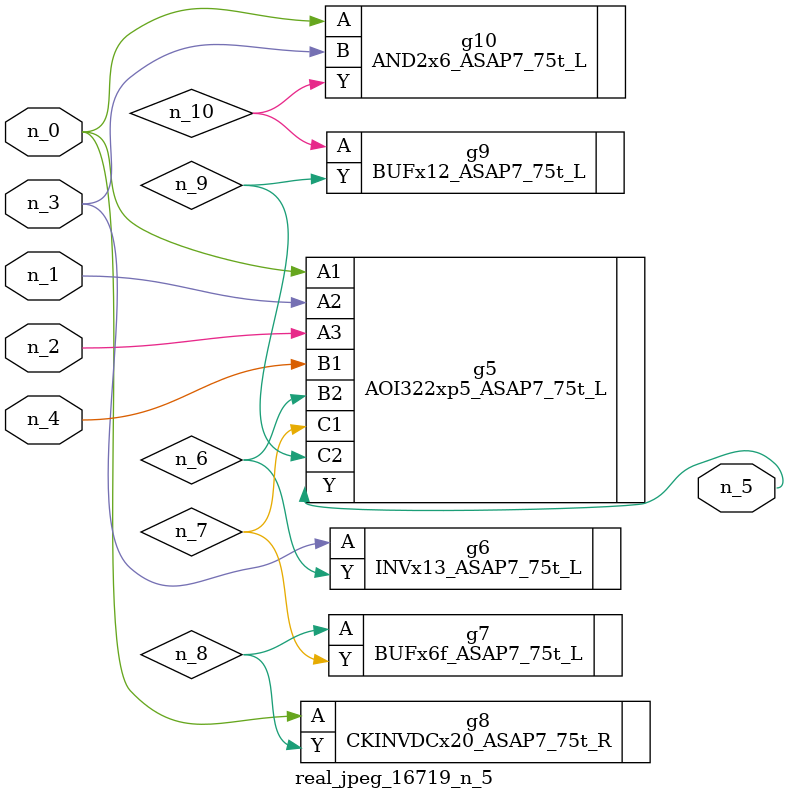
<source format=v>
module real_jpeg_16719_n_5 (n_4, n_0, n_1, n_2, n_3, n_5);

input n_4;
input n_0;
input n_1;
input n_2;
input n_3;

output n_5;

wire n_8;
wire n_6;
wire n_7;
wire n_10;
wire n_9;

AOI322xp5_ASAP7_75t_L g5 ( 
.A1(n_0),
.A2(n_1),
.A3(n_2),
.B1(n_4),
.B2(n_6),
.C1(n_7),
.C2(n_9),
.Y(n_5)
);

CKINVDCx20_ASAP7_75t_R g8 ( 
.A(n_0),
.Y(n_8)
);

AND2x6_ASAP7_75t_L g10 ( 
.A(n_0),
.B(n_3),
.Y(n_10)
);

INVx13_ASAP7_75t_L g6 ( 
.A(n_3),
.Y(n_6)
);

BUFx6f_ASAP7_75t_L g7 ( 
.A(n_8),
.Y(n_7)
);

BUFx12_ASAP7_75t_L g9 ( 
.A(n_10),
.Y(n_9)
);


endmodule
</source>
